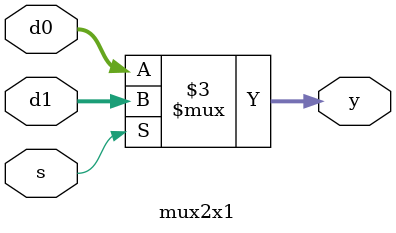
<source format=sv>
`timescale 1ns / 1ps

module mux2x1 #(parameter SIZE = 32)
(
    input logic s,
    input logic [SIZE-1:0] d0,
    input logic [SIZE-1:0] d1,
    output logic [SIZE-1:0] y
);
always@(*)
begin 
	if(s) y = d1;
	else y = d0;
end

endmodule
</source>
